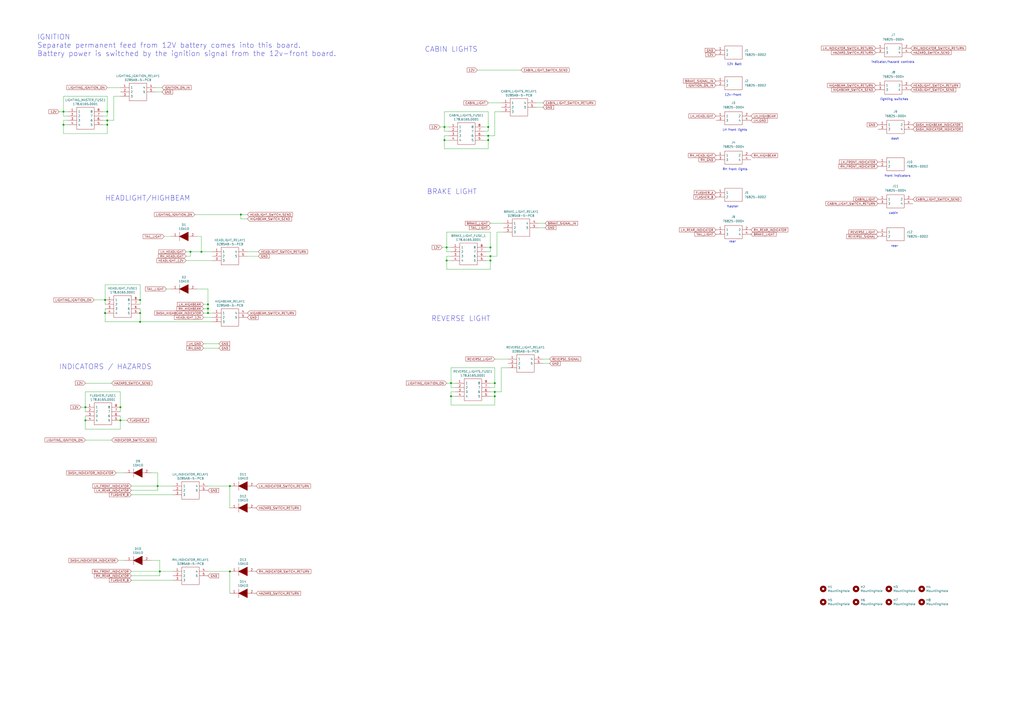
<source format=kicad_sch>
(kicad_sch (version 20230121) (generator eeschema)
  (paper "A2")
  (lib_symbols
    (symbol "Connector:178.6165.0001" (pin_names (offset 0.762))
      (property "Reference" "U" (at 16.51 7.62 0))
      (property "Value" "Connector_178.6165.0001" (at 16.51 5.08 0))
      (symbol "178.6165.0001_0_0"
        (pin passive line (at 0 0 0) (length 5.08) (name "1") (number "1"))
        (pin passive line (at 0 -2.54 0) (length 5.08) (name "2") (number "2"))
        (pin passive line (at 0 -5.08 0) (length 5.08) (name "3") (number "3"))
        (pin passive line (at 0 -7.62 0) (length 5.08) (name "4") (number "4"))
        (pin passive line (at 20.32 -7.62 180) (length 5.08) (name "5") (number "5"))
        (pin passive line (at 20.32 -5.08 180) (length 5.08) (name "6") (number "6"))
        (pin passive line (at 20.32 -2.54 180) (length 5.08) (name "7") (number "7"))
        (pin passive line (at 20.32 0 180) (length 5.08) (name "8") (number "8"))
      )
      (symbol "178.6165.0001_0_1"
        (polyline (pts (xy 5.08 2.54) (xy 15.24 2.54) (xy 15.24 -10.16) (xy 5.08 -10.16) (xy 5.08 2.54)) (stroke (width 0.1524)))
      )
    )
    (symbol "Connector:76825-0002" (pin_names (offset 0.762))
      (property "Reference" "J" (at 16.51 7.62 0))
      (property "Value" "76825-0002" (at 16.51 5.08 0))
      (symbol "76825-0002_0_0"
        (pin passive line (at 0 0 0) (length 5.08) (name "1") (number "1"))
        (pin passive line (at 0 -2.54 0) (length 5.08) (name "2") (number "2"))
      )
      (symbol "76825-0002_0_1"
        (polyline (pts (xy 5.08 2.54) (xy 15.24 2.54) (xy 15.24 -5.08) (xy 5.08 -5.08) (xy 5.08 2.54)) (stroke (width 0.1524)))
      )
    )
    (symbol "Connector:76825-0004" (pin_names (offset 0.762))
      (property "Reference" "J" (at 16.51 7.62 0))
      (property "Value" "76825-0004" (at 16.51 5.08 0))
      (symbol "76825-0004_0_0"
        (pin passive line (at 0 0 0) (length 5.08) (name "1") (number "1"))
        (pin passive line (at 20.32 0 180) (length 5.08) (name "2") (number "2"))
        (pin passive line (at 0 -2.54 0) (length 5.08) (name "3") (number "3"))
        (pin passive line (at 20.32 -2.54 180) (length 5.08) (name "4") (number "4"))
      )
      (symbol "76825-0004_0_1"
        (polyline (pts (xy 5.08 2.54) (xy 15.24 2.54) (xy 15.24 -5.08) (xy 5.08 -5.08) (xy 5.08 2.54)) (stroke (width 0.1524)))
      )
    )
    (symbol "DZ85AB-5-PCB:DZ85AB-5-PCB" (pin_names (offset 0.762))
      (property "Reference" "J" (at 16.51 7.62 0))
      (property "Value" "DZ85AB-5-PCB_DZ85AB-5-PCB" (at 16.51 5.08 0))
      (symbol "DZ85AB-5-PCB_0_0"
        (pin passive line (at 0 0 0) (length 5.08) (name "1") (number "1"))
        (pin passive line (at 0 -2.54 0) (length 5.08) (name "2") (number "2"))
        (pin passive line (at 0 -5.08 0) (length 5.08) (name "3") (number "3"))
        (pin passive line (at 20.32 0 180) (length 5.08) (name "4") (number "4"))
        (pin passive line (at 20.32 -2.54 180) (length 5.08) (name "5") (number "5"))
      )
      (symbol "DZ85AB-5-PCB_0_1"
        (polyline (pts (xy 5.08 2.54) (xy 15.24 2.54) (xy 15.24 -7.62) (xy 5.08 -7.62) (xy 5.08 2.54)) (stroke (width 0.1524)))
      )
    )
    (symbol "Diode:10A10" (pin_names (offset 0.762))
      (property "Reference" "D" (at 11.43 5.08 0))
      (property "Value" "Diode_10A10" (at 11.43 2.54 0))
      (symbol "10A10_0_0"
        (pin passive line (at 0 0 0) (length 5.08) (name "~") (number "1"))
        (pin passive line (at 15.24 0 180) (length 5.08) (name "~") (number "2"))
      )
      (symbol "10A10_0_1"
        (polyline (pts (xy 5.08 2.54) (xy 5.08 -2.54)) (stroke (width 0.1524)))
        (polyline (pts (xy 5.08 0) (xy 10.16 2.54) (xy 10.16 -2.54) (xy 5.08 0)) (stroke (width 0.254)) (fill (type outline)))
      )
    )
    (symbol "Mechanical:MountingHole" (pin_names (offset 1.016))
      (property "Reference" "H" (at 0 5.08 0))
      (property "Value" "MountingHole" (at 0 3.175 0))
      (symbol "MountingHole_0_1"
        (circle (center 0 0) (radius 1.27) (stroke (width 1.27)))
      )
    )
  )
  (junction (at 36.83 72.39))
  (junction (at 287.02 222.25))
  (junction (at 69.85 236.22))
  (junction (at 259.08 143.51))
  (junction (at 133.35 331.47))
  (junction (at 283.21 81.28))
  (junction (at 261.62 222.25))
  (junction (at 283.21 73.66))
  (junction (at 283.21 78.74))
  (junction (at 91.44 281.94))
  (junction (at 62.23 72.39))
  (junction (at 287.02 229.87))
  (junction (at 259.08 151.13))
  (junction (at 116.84 146.05))
  (junction (at 120.65 176.53))
  (junction (at 261.62 229.87))
  (junction (at 62.23 69.85))
  (junction (at 120.65 179.07))
  (junction (at 60.96 181.61))
  (junction (at 60.96 173.99))
  (junction (at 49.53 236.22))
  (junction (at 284.48 151.13))
  (junction (at 81.28 181.61))
  (junction (at 139.7 124.46))
  (junction (at 257.81 81.28))
  (junction (at 287.02 227.33))
  (junction (at 62.23 64.77))
  (junction (at 133.35 281.94))
  (junction (at 81.28 186.69))
  (junction (at 49.53 243.84))
  (junction (at 110.49 146.05))
  (junction (at 120.65 181.61))
  (junction (at 81.28 173.99))
  (junction (at 92.71 331.47))
  (junction (at 257.81 73.66))
  (junction (at 36.83 64.77))
  (junction (at 284.48 143.51))
  (junction (at 284.48 148.59))
  (junction (at 69.85 243.84))
  (wire (pts (xy 283.21 64.77) (xy 283.21 73.66)))
  (wire (pts (xy 314.96 210.82) (xy 318.77 210.82)))
  (wire (pts (xy 257.81 73.66) (xy 257.81 64.77)))
  (wire (pts (xy 81.28 186.69) (xy 81.28 181.61)))
  (wire (pts (xy 118.11 176.53) (xy 120.65 176.53)))
  (wire (pts (xy 62.23 69.85) (xy 66.04 69.85)))
  (wire (pts (xy 60.96 165.1) (xy 81.28 165.1)))
  (wire (pts (xy 283.21 78.74) (xy 287.02 78.74)))
  (wire (pts (xy 287.02 227.33) (xy 284.48 227.33)))
  (wire (pts (xy 259.08 148.59) (xy 259.08 151.13)))
  (wire (pts (xy 60.96 186.69) (xy 81.28 186.69)))
  (wire (pts (xy 264.16 222.25) (xy 261.62 222.25)))
  (wire (pts (xy 283.21 76.2) (xy 283.21 73.66)))
  (wire (pts (xy 110.49 146.05) (xy 116.84 146.05)))
  (wire (pts (xy 62.23 69.85) (xy 59.69 69.85)))
  (wire (pts (xy 36.83 64.77) (xy 36.83 67.31)))
  (wire (pts (xy 36.83 55.88) (xy 62.23 55.88)))
  (wire (pts (xy 287.02 224.79) (xy 287.02 222.25)))
  (wire (pts (xy 87.63 325.12) (xy 92.71 325.12)))
  (wire (pts (xy 261.62 148.59) (xy 259.08 148.59)))
  (wire (pts (xy 143.51 148.59) (xy 149.86 148.59)))
  (wire (pts (xy 120.65 181.61) (xy 120.65 179.07)))
  (wire (pts (xy 36.83 69.85) (xy 36.83 72.39)))
  (wire (pts (xy 76.2 331.47) (xy 92.71 331.47)))
  (wire (pts (xy 49.53 241.3) (xy 49.53 243.84)))
  (wire (pts (xy 91.44 274.32) (xy 87.63 274.32)))
  (wire (pts (xy 261.62 222.25) (xy 261.62 224.79)))
  (wire (pts (xy 59.69 72.39) (xy 62.23 72.39)))
  (wire (pts (xy 81.28 173.99) (xy 81.28 176.53)))
  (wire (pts (xy 284.48 148.59) (xy 288.29 148.59)))
  (wire (pts (xy 120.65 176.53) (xy 120.65 179.07)))
  (wire (pts (xy 36.83 72.39) (xy 36.83 77.47)))
  (wire (pts (xy 92.71 325.12) (xy 92.71 331.47)))
  (wire (pts (xy 257.81 78.74) (xy 257.81 81.28)))
  (wire (pts (xy 139.7 124.46) (xy 139.7 127)))
  (wire (pts (xy 261.62 224.79) (xy 264.16 224.79)))
  (wire (pts (xy 133.35 281.94) (xy 133.35 294.64)))
  (wire (pts (xy 62.23 77.47) (xy 62.23 72.39)))
  (wire (pts (xy 76.2 284.48) (xy 91.44 284.48)))
  (wire (pts (xy 284.48 143.51) (xy 281.94 143.51)))
  (wire (pts (xy 107.95 146.05) (xy 110.49 146.05)))
  (wire (pts (xy 60.96 173.99) (xy 60.96 165.1)))
  (wire (pts (xy 66.04 69.85) (xy 66.04 55.88)))
  (wire (pts (xy 114.3 137.16) (xy 116.84 137.16)))
  (wire (pts (xy 120.65 331.47) (xy 133.35 331.47)))
  (wire (pts (xy 96.52 167.64) (xy 99.06 167.64)))
  (wire (pts (xy 39.37 64.77) (xy 36.83 64.77)))
  (wire (pts (xy 95.25 137.16) (xy 99.06 137.16)))
  (wire (pts (xy 264.16 229.87) (xy 261.62 229.87)))
  (wire (pts (xy 69.85 236.22) (xy 69.85 238.76)))
  (wire (pts (xy 49.53 243.84) (xy 49.53 248.92)))
  (wire (pts (xy 281.94 151.13) (xy 284.48 151.13)))
  (wire (pts (xy 256.54 143.51) (xy 259.08 143.51)))
  (wire (pts (xy 66.04 55.88) (xy 69.85 55.88)))
  (wire (pts (xy 36.83 67.31) (xy 39.37 67.31)))
  (wire (pts (xy 259.08 146.05) (xy 261.62 146.05)))
  (wire (pts (xy 62.23 55.88) (xy 62.23 64.77)))
  (wire (pts (xy 76.2 287.02) (xy 100.33 287.02)))
  (wire (pts (xy 261.62 227.33) (xy 261.62 229.87)))
  (wire (pts (xy 49.53 238.76) (xy 49.53 236.22)))
  (wire (pts (xy 49.53 227.33) (xy 69.85 227.33)))
  (wire (pts (xy 260.35 78.74) (xy 257.81 78.74)))
  (wire (pts (xy 92.71 334.01) (xy 92.71 331.47)))
  (wire (pts (xy 284.48 224.79) (xy 287.02 224.79)))
  (wire (pts (xy 284.48 129.54) (xy 292.1 129.54)))
  (wire (pts (xy 259.08 143.51) (xy 259.08 146.05)))
  (wire (pts (xy 259.08 222.25) (xy 261.62 222.25)))
  (wire (pts (xy 290.83 213.36) (xy 294.64 213.36)))
  (wire (pts (xy 76.2 281.94) (xy 91.44 281.94)))
  (wire (pts (xy 257.81 86.36) (xy 283.21 86.36)))
  (wire (pts (xy 257.81 76.2) (xy 260.35 76.2)))
  (wire (pts (xy 36.83 77.47) (xy 62.23 77.47)))
  (wire (pts (xy 39.37 69.85) (xy 36.83 69.85)))
  (wire (pts (xy 120.65 281.94) (xy 133.35 281.94)))
  (wire (pts (xy 288.29 134.62) (xy 292.1 134.62)))
  (wire (pts (xy 123.19 184.15) (xy 118.11 184.15)))
  (wire (pts (xy 276.86 40.64) (xy 302.26 40.64)))
  (wire (pts (xy 259.08 134.62) (xy 284.48 134.62)))
  (wire (pts (xy 143.51 127) (xy 139.7 127)))
  (wire (pts (xy 284.48 146.05) (xy 284.48 143.51)))
  (wire (pts (xy 62.23 72.39) (xy 62.23 69.85)))
  (wire (pts (xy 116.84 137.16) (xy 116.84 146.05)))
  (wire (pts (xy 261.62 229.87) (xy 261.62 234.95)))
  (wire (pts (xy 260.35 73.66) (xy 257.81 73.66)))
  (wire (pts (xy 280.67 76.2) (xy 283.21 76.2)))
  (wire (pts (xy 287.02 213.36) (xy 287.02 222.25)))
  (wire (pts (xy 118.11 199.39) (xy 127 199.39)))
  (wire (pts (xy 283.21 81.28) (xy 283.21 78.74)))
  (wire (pts (xy 261.62 143.51) (xy 259.08 143.51)))
  (wire (pts (xy 60.96 181.61) (xy 60.96 186.69)))
  (wire (pts (xy 107.95 148.59) (xy 110.49 148.59)))
  (wire (pts (xy 34.29 64.77) (xy 36.83 64.77)))
  (wire (pts (xy 284.48 148.59) (xy 281.94 148.59)))
  (wire (pts (xy 69.85 243.84) (xy 73.66 243.84)))
  (wire (pts (xy 257.81 64.77) (xy 283.21 64.77)))
  (wire (pts (xy 46.99 236.22) (xy 49.53 236.22)))
  (wire (pts (xy 39.37 72.39) (xy 36.83 72.39)))
  (wire (pts (xy 261.62 222.25) (xy 261.62 213.36)))
  (wire (pts (xy 69.85 248.92) (xy 69.85 243.84)))
  (wire (pts (xy 284.48 151.13) (xy 284.48 148.59)))
  (wire (pts (xy 287.02 78.74) (xy 287.02 64.77)))
  (wire (pts (xy 60.96 173.99) (xy 60.96 176.53)))
  (wire (pts (xy 116.84 146.05) (xy 123.19 146.05)))
  (wire (pts (xy 287.02 229.87) (xy 287.02 227.33)))
  (wire (pts (xy 312.42 132.08) (xy 316.23 132.08)))
  (wire (pts (xy 49.53 236.22) (xy 49.53 227.33)))
  (wire (pts (xy 76.2 334.01) (xy 92.71 334.01)))
  (wire (pts (xy 290.83 227.33) (xy 290.83 213.36)))
  (wire (pts (xy 283.21 78.74) (xy 280.67 78.74)))
  (wire (pts (xy 49.53 248.92) (xy 69.85 248.92)))
  (wire (pts (xy 49.53 255.27) (xy 64.77 255.27)))
  (wire (pts (xy 283.21 59.69) (xy 290.83 59.69)))
  (wire (pts (xy 120.65 179.07) (xy 118.11 179.07)))
  (wire (pts (xy 114.3 167.64) (xy 120.65 167.64)))
  (wire (pts (xy 91.44 284.48) (xy 91.44 281.94)))
  (wire (pts (xy 68.58 325.12) (xy 72.39 325.12)))
  (wire (pts (xy 133.35 344.17) (xy 133.35 331.47)))
  (wire (pts (xy 283.21 73.66) (xy 280.67 73.66)))
  (wire (pts (xy 288.29 148.59) (xy 288.29 134.62)))
  (wire (pts (xy 255.27 73.66) (xy 257.81 73.66)))
  (wire (pts (xy 120.65 181.61) (xy 118.11 181.61)))
  (wire (pts (xy 314.96 208.28) (xy 318.77 208.28)))
  (wire (pts (xy 287.02 64.77) (xy 290.83 64.77)))
  (wire (pts (xy 261.62 213.36) (xy 287.02 213.36)))
  (wire (pts (xy 281.94 146.05) (xy 284.48 146.05)))
  (wire (pts (xy 312.42 129.54) (xy 316.23 129.54)))
  (wire (pts (xy 284.48 134.62) (xy 284.48 143.51)))
  (wire (pts (xy 59.69 67.31) (xy 62.23 67.31)))
  (wire (pts (xy 284.48 229.87) (xy 287.02 229.87)))
  (wire (pts (xy 139.7 124.46) (xy 143.51 124.46)))
  (wire (pts (xy 261.62 234.95) (xy 287.02 234.95)))
  (wire (pts (xy 54.61 173.99) (xy 60.96 173.99)))
  (wire (pts (xy 62.23 67.31) (xy 62.23 64.77)))
  (wire (pts (xy 76.2 336.55) (xy 100.33 336.55)))
  (wire (pts (xy 261.62 151.13) (xy 259.08 151.13)))
  (wire (pts (xy 60.96 179.07) (xy 60.96 181.61)))
  (wire (pts (xy 123.19 181.61) (xy 120.65 181.61)))
  (wire (pts (xy 113.03 124.46) (xy 139.7 124.46)))
  (wire (pts (xy 143.51 146.05) (xy 149.86 146.05)))
  (wire (pts (xy 283.21 86.36) (xy 283.21 81.28)))
  (wire (pts (xy 81.28 179.07) (xy 81.28 181.61)))
  (wire (pts (xy 67.31 274.32) (xy 72.39 274.32)))
  (wire (pts (xy 91.44 281.94) (xy 100.33 281.94)))
  (wire (pts (xy 257.81 73.66) (xy 257.81 76.2)))
  (wire (pts (xy 81.28 165.1) (xy 81.28 173.99)))
  (wire (pts (xy 311.15 62.23) (xy 314.96 62.23)))
  (wire (pts (xy 120.65 167.64) (xy 120.65 176.53)))
  (wire (pts (xy 264.16 227.33) (xy 261.62 227.33)))
  (wire (pts (xy 118.11 201.93) (xy 127 201.93)))
  (wire (pts (xy 311.15 59.69) (xy 314.96 59.69)))
  (wire (pts (xy 62.23 64.77) (xy 59.69 64.77)))
  (wire (pts (xy 91.44 274.32) (xy 91.44 281.94)))
  (wire (pts (xy 110.49 146.05) (xy 110.49 148.59)))
  (wire (pts (xy 69.85 227.33) (xy 69.85 236.22)))
  (wire (pts (xy 287.02 227.33) (xy 290.83 227.33)))
  (wire (pts (xy 259.08 143.51) (xy 259.08 134.62)))
  (wire (pts (xy 92.71 331.47) (xy 100.33 331.47)))
  (wire (pts (xy 49.53 222.25) (xy 64.77 222.25)))
  (wire (pts (xy 257.81 81.28) (xy 257.81 86.36)))
  (wire (pts (xy 280.67 81.28) (xy 283.21 81.28)))
  (wire (pts (xy 284.48 156.21) (xy 284.48 151.13)))
  (wire (pts (xy 260.35 81.28) (xy 257.81 81.28)))
  (wire (pts (xy 123.19 186.69) (xy 81.28 186.69)))
  (wire (pts (xy 287.02 208.28) (xy 294.64 208.28)))
  (wire (pts (xy 62.23 50.8) (xy 69.85 50.8)))
  (wire (pts (xy 90.17 53.34) (xy 93.98 53.34)))
  (wire (pts (xy 287.02 234.95) (xy 287.02 229.87)))
  (wire (pts (xy 107.95 151.13) (xy 123.19 151.13)))
  (wire (pts (xy 69.85 243.84) (xy 69.85 241.3)))
  (wire (pts (xy 36.83 64.77) (xy 36.83 55.88)))
  (wire (pts (xy 287.02 222.25) (xy 284.48 222.25)))
  (wire (pts (xy 90.17 50.8) (xy 93.98 50.8)))
  (wire (pts (xy 259.08 156.21) (xy 284.48 156.21)))
  (wire (pts (xy 259.08 151.13) (xy 259.08 156.21)))
  (text "front indicators" (at 513.08 102.87 0) (effects (font (size 1.27 1.27)) (justify left bottom)))
  (text "lighting switches" (at 510.54 58.42 0) (effects (font (size 1.27 1.27)) (justify left bottom)))
  (text "RH front lights" (at 419.1 99.06 0) (effects (font (size 1.27 1.27)) (justify left bottom)))
  (text "12v-front" (at 420.37 55.88 0) (effects (font (size 1.27 1.27)) (justify left bottom)))
  (text "dash" (at 516.89 81.28 0) (effects (font (size 1.27 1.27)) (justify left bottom)))
  (text "LH front lights" (at 419.1 76.2 0) (effects (font (size 1.27 1.27)) (justify left bottom)))
  (text "REVERSE LIGHT" (at 250.19 186.69 0) (effects (font (size 2.9972 2.9972)) (justify left bottom)))
  (text "rear" (at 516.89 143.51 0) (effects (font (size 1.27 1.27)) (justify left bottom)))
  (text "HEADLIGHT/HIGHBEAM" (at 60.96 116.84 0) (effects (font (size 2.9972 2.9972)) (justify left bottom)))
  (text "rear" (at 422.91 140.97 0) (effects (font (size 1.27 1.27)) (justify left bottom)))
  (text "CABIN LIGHTS" (at 246.38 30.48 0) (effects (font (size 2.9972 2.9972)) (justify left bottom)))
  (text "12V Batt" (at 421.64 38.1 0) (effects (font (size 1.27 1.27)) (justify left bottom)))
  (text "INDICATORS / HAZARDS" (at 34.29 214.63 0) (effects (font (size 2.9972 2.9972)) (justify left bottom)))
  (text "cabin" (at 515.62 124.46 0) (effects (font (size 1.27 1.27)) (justify left bottom)))
  (text "BRAKE LIGHT" (at 247.65 113.03 0) (effects (font (size 2.9972 2.9972)) (justify left bottom)))
  (text "flasher" (at 421.64 120.65 0) (effects (font (size 1.27 1.27)) (justify left bottom)))
  (text "IGNITION\nSeparate permanent feed from 12V battery comes into this board.\nBattery power is switched by the ignition signal from the 12v-front board." (at 21.59 33.02 0) (effects (font (size 2.9972 2.9972)) (justify left bottom)))
  (text "indicator/hazard controls" (at 505.46 36.83 0) (effects (font (size 1.27 1.27)) (justify left bottom)))
  (global_label "IGNITION_ON_IN" (shape input) (at 415.29 49.53 180) (property "Intersheetrefs" "${INTERSHEET_REFS}" (effects hide)))
  (global_label "RH_FRONT_INDICATOR" (shape input) (at 509.27 96.52 180) (property "Intersheetrefs" "${INTERSHEET_REFS}" (effects hide)))
  (global_label "TAIL_LIGHT" (shape input) (at 95.25 137.16 180) (property "Intersheetrefs" "${INTERSHEET_REFS}" (effects hide)))
  (global_label "HAZARD_SWITCH_RETURN" (shape input) (at 148.59 294.64 0) (property "Intersheetrefs" "${INTERSHEET_REFS}" (effects hide)))
  (global_label "GND" (shape input) (at 314.96 62.23 0) (property "Intersheetrefs" "${INTERSHEET_REFS}" (effects hide)))
  (global_label "CABIN_LIGHT" (shape input) (at 283.21 59.69 180) (property "Intersheetrefs" "${INTERSHEET_REFS}" (effects hide)))
  (global_label "REVERSE_LIGHT" (shape input) (at 287.02 208.28 180) (property "Intersheetrefs" "${INTERSHEET_REFS}" (effects hide)))
  (global_label "BRAKE_SIGNAL_IN" (shape input) (at 415.29 46.99 180) (property "Intersheetrefs" "${INTERSHEET_REFS}" (effects hide)))
  (global_label "HEADLIGHT_SWITCH_RETURN" (shape input) (at 149.86 146.05 0) (property "Intersheetrefs" "${INTERSHEET_REFS}" (effects hide)))
  (global_label "RH_HEADLIGHT" (shape input) (at 415.29 90.17 180) (property "Intersheetrefs" "${INTERSHEET_REFS}" (effects hide)))
  (global_label "RH_INDICATOR_SWITCH_RETURN" (shape input) (at 148.59 331.47 0) (property "Intersheetrefs" "${INTERSHEET_REFS}" (effects hide)))
  (global_label "GND" (shape input) (at 143.51 184.15 0) (property "Intersheetrefs" "${INTERSHEET_REFS}" (effects hide)))
  (global_label "LH_HIGHBEAM" (shape input) (at 435.61 67.31 0) (property "Intersheetrefs" "${INTERSHEET_REFS}" (effects hide)))
  (global_label "GND" (shape input) (at 509.27 72.39 180) (property "Intersheetrefs" "${INTERSHEET_REFS}" (effects hide)))
  (global_label "HIGHBEAM_SWITCH_RETURN" (shape input) (at 143.51 181.61 0) (property "Intersheetrefs" "${INTERSHEET_REFS}" (effects hide)))
  (global_label "GND" (shape input) (at 127 199.39 0) (property "Intersheetrefs" "${INTERSHEET_REFS}" (effects hide)))
  (global_label "HIGHBEAM_SWITCH_SEND" (shape input) (at 508 52.07 180) (property "Intersheetrefs" "${INTERSHEET_REFS}" (effects hide)))
  (global_label "HEADLIGHT_SWITCH_SEND" (shape input) (at 143.51 124.46 0) (property "Intersheetrefs" "${INTERSHEET_REFS}" (effects hide)))
  (global_label "LIGHTING_IGNITION_ON" (shape input) (at 54.61 173.99 180) (property "Intersheetrefs" "${INTERSHEET_REFS}" (effects hide)))
  (global_label "CABIN_LIGHT_SWITCH_SEND" (shape input) (at 302.26 40.64 0) (property "Intersheetrefs" "${INTERSHEET_REFS}" (effects hide)))
  (global_label "BRAKE_SIGNAL_IN" (shape input) (at 316.23 129.54 0) (property "Intersheetrefs" "${INTERSHEET_REFS}" (effects hide)))
  (global_label "FLASHER_B" (shape input) (at 76.2 287.02 180) (property "Intersheetrefs" "${INTERSHEET_REFS}" (effects hide)))
  (global_label "CABIN_LIGHT_SWITCH_RETURN" (shape input) (at 509.27 118.11 180) (property "Intersheetrefs" "${INTERSHEET_REFS}" (effects hide)))
  (global_label "TAIL_LIGHT" (shape input) (at 415.29 135.89 180) (property "Intersheetrefs" "${INTERSHEET_REFS}" (effects hide)))
  (global_label "HEADLIGHT_SWITCH_SEND" (shape input) (at 528.32 52.07 0) (property "Intersheetrefs" "${INTERSHEET_REFS}" (effects hide)))
  (global_label "LIGHTING_IGNITION_ON" (shape input) (at 113.03 124.46 180) (property "Intersheetrefs" "${INTERSHEET_REFS}" (effects hide)))
  (global_label "CABIN_LIGHT" (shape input) (at 509.27 115.57 180) (property "Intersheetrefs" "${INTERSHEET_REFS}" (effects hide)))
  (global_label "REVERSE_SIGNAL" (shape input) (at 509.27 137.16 180) (property "Intersheetrefs" "${INTERSHEET_REFS}" (effects hide)))
  (global_label "LH_INDICATOR_SWITCH_RETURN" (shape input) (at 148.59 281.94 0) (property "Intersheetrefs" "${INTERSHEET_REFS}" (effects hide)))
  (global_label "GND" (shape input) (at 318.77 210.82 0) (property "Intersheetrefs" "${INTERSHEET_REFS}" (effects hide)))
  (global_label "RH_GND" (shape input) (at 118.11 201.93 180) (property "Intersheetrefs" "${INTERSHEET_REFS}" (effects hide)))
  (global_label "RH_HIGHBEAM" (shape input) (at 435.61 90.17 0) (property "Intersheetrefs" "${INTERSHEET_REFS}" (effects hide)))
  (global_label "DASH_INDICATOR_INDICATOR" (shape input) (at 529.59 74.93 0) (property "Intersheetrefs" "${INTERSHEET_REFS}" (effects hide)))
  (global_label "GND" (shape input) (at 120.65 284.48 0) (property "Intersheetrefs" "${INTERSHEET_REFS}" (effects hide)))
  (global_label "LIGHTING_IGNITION_ON" (shape input) (at 62.23 50.8 180) (property "Intersheetrefs" "${INTERSHEET_REFS}" (effects hide)))
  (global_label "HEADLIGHT_SWITCH_RETURN" (shape input) (at 528.32 49.53 0) (property "Intersheetrefs" "${INTERSHEET_REFS}" (effects hide)))
  (global_label "LH_FRONT_INDICATOR" (shape input) (at 76.2 281.94 180) (property "Intersheetrefs" "${INTERSHEET_REFS}" (effects hide)))
  (global_label "HEADLIGHT_12V" (shape input) (at 107.95 151.13 180) (property "Intersheetrefs" "${INTERSHEET_REFS}" (effects hide)))
  (global_label "12V" (shape input) (at 49.53 222.25 180) (property "Intersheetrefs" "${INTERSHEET_REFS}" (effects hide)))
  (global_label "HIGHBEAM_SWITCH_RETURN" (shape input) (at 508 49.53 180) (property "Intersheetrefs" "${INTERSHEET_REFS}" (effects hide)))
  (global_label "RH_REAR_INDICATOR" (shape input) (at 435.61 133.35 0) (property "Intersheetrefs" "${INTERSHEET_REFS}" (effects hide)))
  (global_label "RH_GND" (shape input) (at 415.29 92.71 180) (property "Intersheetrefs" "${INTERSHEET_REFS}" (effects hide)))
  (global_label "LH_GND" (shape input) (at 118.11 199.39 180) (property "Intersheetrefs" "${INTERSHEET_REFS}" (effects hide)))
  (global_label "LH_HEADLIGHT" (shape input) (at 107.95 146.05 180) (property "Intersheetrefs" "${INTERSHEET_REFS}" (effects hide)))
  (global_label "RH_INDICATOR_SWITCH_RETURN" (shape input) (at 528.32 27.94 0) (property "Intersheetrefs" "${INTERSHEET_REFS}" (effects hide)))
  (global_label "DASH_INDICATOR_INDICATOR" (shape input) (at 68.58 325.12 180) (property "Intersheetrefs" "${INTERSHEET_REFS}" (effects hide)))
  (global_label "12V" (shape input) (at 256.54 143.51 180) (property "Intersheetrefs" "${INTERSHEET_REFS}" (effects hide)))
  (global_label "GND" (shape input) (at 127 201.93 0) (property "Intersheetrefs" "${INTERSHEET_REFS}" (effects hide)))
  (global_label "BRAKE_LIGHT" (shape input) (at 284.48 129.54 180) (property "Intersheetrefs" "${INTERSHEET_REFS}" (effects hide)))
  (global_label "RH_REAR_INDICATOR" (shape input) (at 76.2 334.01 180) (property "Intersheetrefs" "${INTERSHEET_REFS}" (effects hide)))
  (global_label "CABIN_LIGHT_SWITCH_SEND" (shape input) (at 529.59 115.57 0) (property "Intersheetrefs" "${INTERSHEET_REFS}" (effects hide)))
  (global_label "12V" (shape input) (at 415.29 31.75 180) (property "Intersheetrefs" "${INTERSHEET_REFS}" (effects hide)))
  (global_label "REVERSE_SIGNAL" (shape input) (at 318.77 208.28 0) (property "Intersheetrefs" "${INTERSHEET_REFS}" (effects hide)))
  (global_label "FLASHER_A" (shape input) (at 415.29 111.76 180) (property "Intersheetrefs" "${INTERSHEET_REFS}" (effects hide)))
  (global_label "IGNITION_ON_IN" (shape input) (at 93.98 50.8 0) (property "Intersheetrefs" "${INTERSHEET_REFS}" (effects hide)))
  (global_label "GND" (shape input) (at 149.86 148.59 0) (property "Intersheetrefs" "${INTERSHEET_REFS}" (effects hide)))
  (global_label "HAZARD_SWITCH_RETURN" (shape input) (at 148.59 344.17 0) (property "Intersheetrefs" "${INTERSHEET_REFS}" (effects hide)))
  (global_label "LIGHTING_IGNITION_ON" (shape input) (at 49.53 255.27 180) (property "Intersheetrefs" "${INTERSHEET_REFS}" (effects hide)))
  (global_label "FLASHER_A" (shape input) (at 73.66 243.84 0) (property "Intersheetrefs" "${INTERSHEET_REFS}" (effects hide)))
  (global_label "BRAKE_LIGHT" (shape input) (at 435.61 135.89 0) (property "Intersheetrefs" "${INTERSHEET_REFS}" (effects hide)))
  (global_label "LIGHTING_IGNITION_ON" (shape input) (at 259.08 222.25 180) (property "Intersheetrefs" "${INTERSHEET_REFS}" (effects hide)))
  (global_label "LH_GND" (shape input) (at 435.61 69.85 0) (property "Intersheetrefs" "${INTERSHEET_REFS}" (effects hide)))
  (global_label "HAZARD_SWITCH_SEND" (shape input) (at 64.77 222.25 0) (property "Intersheetrefs" "${INTERSHEET_REFS}" (effects hide)))
  (global_label "LH_FRONT_INDICATOR" (shape input) (at 509.27 93.98 180) (property "Intersheetrefs" "${INTERSHEET_REFS}" (effects hide)))
  (global_label "REVERSE_LIGHT" (shape input) (at 509.27 134.62 180) (property "Intersheetrefs" "${INTERSHEET_REFS}" (effects hide)))
  (global_label "GND" (shape input) (at 120.65 334.01 0) (property "Intersheetrefs" "${INTERSHEET_REFS}" (effects hide)))
  (global_label "INDICATOR_SWITCH_SEND" (shape input) (at 64.77 255.27 0) (property "Intersheetrefs" "${INTERSHEET_REFS}" (effects hide)))
  (global_label "12V" (shape input) (at 34.29 64.77 180) (property "Intersheetrefs" "${INTERSHEET_REFS}" (effects hide)))
  (global_label "FLASHER_B" (shape input) (at 76.2 336.55 180) (property "Intersheetrefs" "${INTERSHEET_REFS}" (effects hide)))
  (global_label "12V" (shape input) (at 46.99 236.22 180) (property "Intersheetrefs" "${INTERSHEET_REFS}" (effects hide)))
  (global_label "LH_REAR_INDICATOR" (shape input) (at 76.2 284.48 180) (property "Intersheetrefs" "${INTERSHEET_REFS}" (effects hide)))
  (global_label "RH_FRONT_INDICATOR" (shape input) (at 76.2 331.47 180) (property "Intersheetrefs" "${INTERSHEET_REFS}" (effects hide)))
  (global_label "TAIL_LIGHT" (shape input) (at 284.48 132.08 180) (property "Intersheetrefs" "${INTERSHEET_REFS}" (effects hide)))
  (global_label "HEADLIGHT_12V" (shape input) (at 118.11 184.15 180) (property "Intersheetrefs" "${INTERSHEET_REFS}" (effects hide)))
  (global_label "LH_INDICATOR_SWITCH_RETURN" (shape input) (at 508 27.94 180) (property "Intersheetrefs" "${INTERSHEET_REFS}" (effects hide)))
  (global_label "FLASHER_B" (shape input) (at 415.29 114.3 180) (property "Intersheetrefs" "${INTERSHEET_REFS}" (effects hide)))
  (global_label "LH_HEADLIGHT" (shape input) (at 415.29 67.31 180) (property "Intersheetrefs" "${INTERSHEET_REFS}" (effects hide)))
  (global_label "TAIL_LIGHT" (shape input) (at 96.52 167.64 180) (property "Intersheetrefs" "${INTERSHEET_REFS}" (effects hide)))
  (global_label "CABIN_LIGHT_SWITCH_RETURN" (shape input) (at 314.96 59.69 0) (property "Intersheetrefs" "${INTERSHEET_REFS}" (effects hide)))
  (global_label "LH_REAR_INDICATOR" (shape input) (at 415.29 133.35 180) (property "Intersheetrefs" "${INTERSHEET_REFS}" (effects hide)))
  (global_label "DASH_HIGHBEAM_INDICATOR" (shape input) (at 118.11 181.61 180) (property "Intersheetrefs" "${INTERSHEET_REFS}" (effects hide)))
  (global_label "DASH_INDICATOR_INDICATOR" (shape input) (at 67.31 274.32 180) (property "Intersheetrefs" "${INTERSHEET_REFS}" (effects hide)))
  (global_label "12V" (shape input) (at 255.27 73.66 180) (property "Intersheetrefs" "${INTERSHEET_REFS}" (effects hide)))
  (global_label "LH_HIGHBEAM" (shape input) (at 118.11 176.53 180) (property "Intersheetrefs" "${INTERSHEET_REFS}" (effects hide)))
  (global_label "12V" (shape input) (at 276.86 40.64 180) (property "Intersheetrefs" "${INTERSHEET_REFS}" (effects hide)))
  (global_label "RH_HEADLIGHT" (shape input) (at 107.95 148.59 180) (property "Intersheetrefs" "${INTERSHEET_REFS}" (effects hide)))
  (global_label "GND" (shape input) (at 316.23 132.08 0) (property "Intersheetrefs" "${INTERSHEET_REFS}" (effects hide)))
  (global_label "GND" (shape input) (at 415.29 29.21 180) (property "Intersheetrefs" "${INTERSHEET_REFS}" (effects hide)))
  (global_label "HIGHBEAM_SWITCH_SEND" (shape input) (at 143.51 127 0) (property "Intersheetrefs" "${INTERSHEET_REFS}" (effects hide)))
  (global_label "HAZARD_SWITCH_SEND" (shape input) (at 528.32 30.48 0) (property "Intersheetrefs" "${INTERSHEET_REFS}" (effects hide)))
  (global_label "HAZARD_SWITCH_RETURN" (shape input) (at 508 30.48 180) (property "Intersheetrefs" "${INTERSHEET_REFS}" (effects hide)))
  (global_label "GND" (shape input) (at 93.98 53.34 0) (property "Intersheetrefs" "${INTERSHEET_REFS}" (effects hide)))
  (global_label "RH_HIGHBEAM" (shape input) (at 118.11 179.07 180) (property "Intersheetrefs" "${INTERSHEET_REFS}" (effects hide)))
  (global_label "DASH_HIGHBEAM_INDICATOR" (shape input) (at 529.59 72.39 0) (property "Intersheetrefs" "${INTERSHEET_REFS}" (effects hide)))
  (symbol (lib_id "DZ85AB-5-PCB:DZ85AB-5-PCB") (at 123.19 146.05 0) (unit 1)
    (property "Reference" "HEADLIGHT_RELAY1" (at 133.35 139.319 0))
    (property "Value" "DZ85AB-5-PCB" (at 133.35 141.6304 0))
    (property "Footprint" "Library:DZ85AB5PCB" (effects hide))
    (property "Datasheet" "https://componentsearchengine.com/Datasheets/2/DZ85AB-5-PCB.pdf" (effects hide))
    (property "Description" "Durakool 1 Pin Relay Socket, Plug In for use with Various Series" (effects hide))
    (property "Height" "14.5" (effects hide))
    (property "Manufacturer_Name" "DURAKOOL" (effects hide))
    (property "Manufacturer_Part_Number" "DZ85AB-5-PCB" (effects hide))
  )
  (symbol (lib_id "DZ85AB-5-PCB:DZ85AB-5-PCB") (at 100.33 281.94 0) (unit 1)
    (property "Reference" "LH_INDICATOR_RELAY1" (at 110.49 275.209 0))
    (property "Value" "DZ85AB-5-PCB" (at 110.49 277.5204 0))
    (property "Footprint" "Library:DZ85AB5PCB" (effects hide))
    (property "Datasheet" "https://componentsearchengine.com/Datasheets/2/DZ85AB-5-PCB.pdf" (effects hide))
    (property "Description" "Durakool 1 Pin Relay Socket, Plug In for use with Various Series" (effects hide))
    (property "Height" "14.5" (effects hide))
    (property "Manufacturer_Name" "DURAKOOL" (effects hide))
    (property "Manufacturer_Part_Number" "DZ85AB-5-PCB" (effects hide))
  )
  (symbol (lib_id "DZ85AB-5-PCB:DZ85AB-5-PCB") (at 100.33 331.47 0) (unit 1)
    (property "Reference" "RH_INDICATOR_RELAY1" (at 110.49 324.739 0))
    (property "Value" "DZ85AB-5-PCB" (at 110.49 327.0504 0))
    (property "Footprint" "Library:DZ85AB5PCB" (effects hide))
    (property "Datasheet" "https://componentsearchengine.com/Datasheets/2/DZ85AB-5-PCB.pdf" (effects hide))
    (property "Description" "Durakool 1 Pin Relay Socket, Plug In for use with Various Series" (effects hide))
    (property "Height" "14.5" (effects hide))
    (property "Manufacturer_Name" "DURAKOOL" (effects hide))
    (property "Manufacturer_Part_Number" "DZ85AB-5-PCB" (effects hide))
  )
  (symbol (lib_id "Connector:178.6165.0001") (at 60.96 173.99 0) (unit 1)
    (property "Reference" "HEADLIGHT_FUSE1" (at 71.12 167.259 0))
    (property "Value" "178.6165.0001" (at 71.12 169.5704 0))
    (property "Footprint" "Library:17861650001" (effects hide))
    (property "Datasheet" "https://www.mouser.com/datasheet/2/240/Littelfuse-Fuse-Holder-ATO-FLR-pcb-Datasheet-1317199.pdf" (effects hide))
    (property "Description" "FLR PCB FUSE HOLDER FOR ATO STYLE BLADE FUSE RATED 58V" (effects hide))
    (property "Height" "17.5" (effects hide))
    (property "Manufacturer_Name" "LITTELFUSE" (effects hide))
    (property "Manufacturer_Part_Number" "178.6165.0001" (effects hide))
    (property "Mouser Part Number" "576-178.6165.0001" (effects hide))
    (property "Mouser Price/Stock" "https://www.mouser.co.uk/ProductDetail/Littelfuse/17861650001?qs=CSLd874fYV1KI1oBGU5EQg%3D%3D" (effects hide))
    (property "Arrow Part Number" "178.6165.0001" (effects hide))
    (property "Arrow Price/Stock" "https://www.arrow.com/en/products/178.6165.0001/littelfuse" (effects hide))
  )
  (symbol (lib_id "DZ85AB-5-PCB:DZ85AB-5-PCB") (at 123.19 181.61 0) (unit 1)
    (property "Reference" "HIGHBEAM_RELAY1" (at 133.35 174.879 0))
    (property "Value" "DZ85AB-5-PCB" (at 133.35 177.1904 0))
    (property "Footprint" "Library:DZ85AB5PCB" (effects hide))
    (property "Datasheet" "https://componentsearchengine.com/Datasheets/2/DZ85AB-5-PCB.pdf" (effects hide))
    (property "Description" "Durakool 1 Pin Relay Socket, Plug In for use with Various Series" (effects hide))
    (property "Height" "14.5" (effects hide))
    (property "Manufacturer_Name" "DURAKOOL" (effects hide))
    (property "Manufacturer_Part_Number" "DZ85AB-5-PCB" (effects hide))
  )
  (symbol (lib_id "Connector:178.6165.0001") (at 260.35 73.66 0) (unit 1)
    (property "Reference" "CABIN_LIGHTS_FUSE1" (at 270.51 66.929 0))
    (property "Value" "178.6165.0001" (at 270.51 69.2404 0))
    (property "Footprint" "Library:17861650001" (effects hide))
    (property "Datasheet" "https://www.mouser.com/datasheet/2/240/Littelfuse-Fuse-Holder-ATO-FLR-pcb-Datasheet-1317199.pdf" (effects hide))
    (property "Description" "FLR PCB FUSE HOLDER FOR ATO STYLE BLADE FUSE RATED 58V" (effects hide))
    (property "Height" "17.5" (effects hide))
    (property "Manufacturer_Name" "LITTELFUSE" (effects hide))
    (property "Manufacturer_Part_Number" "178.6165.0001" (effects hide))
    (property "Mouser Part Number" "576-178.6165.0001" (effects hide))
    (property "Mouser Price/Stock" "https://www.mouser.co.uk/ProductDetail/Littelfuse/17861650001?qs=CSLd874fYV1KI1oBGU5EQg%3D%3D" (effects hide))
    (property "Arrow Part Number" "178.6165.0001" (effects hide))
    (property "Arrow Price/Stock" "https://www.arrow.com/en/products/178.6165.0001/littelfuse" (effects hide))
  )
  (symbol (lib_id "DZ85AB-5-PCB:DZ85AB-5-PCB") (at 290.83 59.69 0) (unit 1)
    (property "Reference" "CABIN_LIGHTS_RELAY1" (at 300.99 52.959 0))
    (property "Value" "DZ85AB-5-PCB" (at 300.99 55.2704 0))
    (property "Footprint" "Library:DZ85AB5PCB" (effects hide))
    (property "Datasheet" "https://componentsearchengine.com/Datasheets/2/DZ85AB-5-PCB.pdf" (effects hide))
    (property "Description" "Durakool 1 Pin Relay Socket, Plug In for use with Various Series" (effects hide))
    (property "Height" "14.5" (effects hide))
    (property "Manufacturer_Name" "DURAKOOL" (effects hide))
    (property "Manufacturer_Part_Number" "DZ85AB-5-PCB" (effects hide))
  )
  (symbol (lib_id "Connector:178.6165.0001") (at 49.53 236.22 0) (unit 1)
    (property "Reference" "FLASHER_FUSE1" (at 59.69 229.489 0))
    (property "Value" "178.6165.0001" (at 59.69 231.8004 0))
    (property "Footprint" "Library:17861650001" (effects hide))
    (property "Datasheet" "https://www.mouser.com/datasheet/2/240/Littelfuse-Fuse-Holder-ATO-FLR-pcb-Datasheet-1317199.pdf" (effects hide))
    (property "Description" "FLR PCB FUSE HOLDER FOR ATO STYLE BLADE FUSE RATED 58V" (effects hide))
    (property "Height" "17.5" (effects hide))
    (property "Manufacturer_Name" "LITTELFUSE" (effects hide))
    (property "Manufacturer_Part_Number" "178.6165.0001" (effects hide))
    (property "Mouser Part Number" "576-178.6165.0001" (effects hide))
    (property "Mouser Price/Stock" "https://www.mouser.co.uk/ProductDetail/Littelfuse/17861650001?qs=CSLd874fYV1KI1oBGU5EQg%3D%3D" (effects hide))
    (property "Arrow Part Number" "178.6165.0001" (effects hide))
    (property "Arrow Price/Stock" "https://www.arrow.com/en/products/178.6165.0001/littelfuse" (effects hide))
  )
  (symbol (lib_id "Diode:10A10") (at 72.39 274.32 0) (unit 1)
    (property "Reference" "D9" (at 80.01 267.5382 0))
    (property "Value" "10A10" (at 80.01 269.8496 0))
    (property "Footprint" "Diode_THT:D_DO-201AD_P15.24mm_Horizontal" (effects hide))
    (property "Datasheet" "https://www.rectron.com/data_sheets/10a05-10a10.pdf" (effects hide))
    (property "Description" "10A10" (effects hide))
    (property "Manufacturer_Name" "Rectron" (effects hide))
    (property "Manufacturer_Part_Number" "10A10" (effects hide))
    (property "Arrow Part Number" "10A10" (effects hide))
    (property "Arrow Price/Stock" "https://www.arrow.com/en/products/10a10/rectron" (effects hide))
  )
  (symbol (lib_id "Diode:10A10") (at 72.39 325.12 0) (unit 1)
    (property "Reference" "D10" (at 80.01 318.3382 0))
    (property "Value" "10A10" (at 80.01 320.6496 0))
    (property "Footprint" "Diode_THT:D_DO-201AD_P15.24mm_Horizontal" (effects hide))
    (property "Datasheet" "https://www.rectron.com/data_sheets/10a05-10a10.pdf" (effects hide))
    (property "Description" "10A10" (effects hide))
    (property "Manufacturer_Name" "Rectron" (effects hide))
    (property "Manufacturer_Part_Number" "10A10" (effects hide))
    (property "Arrow Part Number" "10A10" (effects hide))
    (property "Arrow Price/Stock" "https://www.arrow.com/en/products/10a10/rectron" (effects hide))
  )
  (symbol (lib_id "Mechanical:MountingHole") (at 477.52 341.63 0) (unit 1)
    (property "Reference" "H1" (at 480.06 340.4616 0) (effects (justify left)))
    (property "Value" "MountingHole" (at 480.06 342.773 0) (effects (justify left)))
    (property "Footprint" "MountingHole:MountingHole_3.2mm_M3" (effects hide))
  )
  (symbol (lib_id "Mechanical:MountingHole") (at 496.57 341.63 0) (unit 1)
    (property "Reference" "H2" (at 499.11 340.4616 0) (effects (justify left)))
    (property "Value" "MountingHole" (at 499.11 342.773 0) (effects (justify left)))
    (property "Footprint" "MountingHole:MountingHole_3.2mm_M3" (effects hide))
  )
  (symbol (lib_id "Mechanical:MountingHole") (at 534.67 341.63 0) (unit 1)
    (property "Reference" "H4" (at 537.21 340.4616 0) (effects (justify left)))
    (property "Value" "MountingHole" (at 537.21 342.773 0) (effects (justify left)))
    (property "Footprint" "MountingHole:MountingHole_3.2mm_M3" (effects hide))
  )
  (symbol (lib_id "Mechanical:MountingHole") (at 515.62 341.63 0) (unit 1)
    (property "Reference" "H3" (at 518.16 340.4616 0) (effects (justify left)))
    (property "Value" "MountingHole" (at 518.16 342.773 0) (effects (justify left)))
    (property "Footprint" "MountingHole:MountingHole_3.2mm_M3" (effects hide))
  )
  (symbol (lib_id "Diode:10A10") (at 133.35 281.94 0) (unit 1)
    (property "Reference" "D11" (at 140.97 275.1582 0))
    (property "Value" "10A10" (at 140.97 277.4696 0))
    (property "Footprint" "Diode_THT:D_DO-201AD_P15.24mm_Horizontal" (effects hide))
    (property "Datasheet" "https://www.rectron.com/data_sheets/10a05-10a10.pdf" (effects hide))
    (property "Description" "10A10" (effects hide))
    (property "Manufacturer_Name" "Rectron" (effects hide))
    (property "Manufacturer_Part_Number" "10A10" (effects hide))
    (property "Arrow Part Number" "10A10" (effects hide))
    (property "Arrow Price/Stock" "https://www.arrow.com/en/products/10a10/rectron" (effects hide))
  )
  (symbol (lib_id "Diode:10A10") (at 133.35 294.64 0) (unit 1)
    (property "Reference" "D12" (at 140.97 287.8582 0))
    (property "Value" "10A10" (at 140.97 290.1696 0))
    (property "Footprint" "Diode_THT:D_DO-201AD_P15.24mm_Horizontal" (effects hide))
    (property "Datasheet" "https://www.rectron.com/data_sheets/10a05-10a10.pdf" (effects hide))
    (property "Description" "10A10" (effects hide))
    (property "Manufacturer_Name" "Rectron" (effects hide))
    (property "Manufacturer_Part_Number" "10A10" (effects hide))
    (property "Arrow Part Number" "10A10" (effects hide))
    (property "Arrow Price/Stock" "https://www.arrow.com/en/products/10a10/rectron" (effects hide))
  )
  (symbol (lib_id "Diode:10A10") (at 133.35 331.47 0) (unit 1)
    (property "Reference" "D13" (at 140.97 324.6882 0))
    (property "Value" "10A10" (at 140.97 326.9996 0))
    (property "Footprint" "Diode_THT:D_DO-201AD_P15.24mm_Horizontal" (effects hide))
    (property "Datasheet" "https://www.rectron.com/data_sheets/10a05-10a10.pdf" (effects hide))
    (property "Description" "10A10" (effects hide))
    (property "Manufacturer_Name" "Rectron" (effects hide))
    (property "Manufacturer_Part_Number" "10A10" (effects hide))
    (property "Arrow Part Number" "10A10" (effects hide))
    (property "Arrow Price/Stock" "https://www.arrow.com/en/products/10a10/rectron" (effects hide))
  )
  (symbol (lib_id "Diode:10A10") (at 133.35 344.17 0) (unit 1)
    (property "Reference" "D14" (at 140.97 337.3882 0))
    (property "Value" "10A10" (at 140.97 339.6996 0))
    (property "Footprint" "Diode_THT:D_DO-201AD_P15.24mm_Horizontal" (effects hide))
    (property "Datasheet" "https://www.rectron.com/data_sheets/10a05-10a10.pdf" (effects hide))
    (property "Description" "10A10" (effects hide))
    (property "Manufacturer_Name" "Rectron" (effects hide))
    (property "Manufacturer_Part_Number" "10A10" (effects hide))
    (property "Arrow Part Number" "10A10" (effects hide))
    (property "Arrow Price/Stock" "https://www.arrow.com/en/products/10a10/rectron" (effects hide))
  )
  (symbol (lib_id "Connector:178.6165.0001") (at 264.16 222.25 0) (unit 1)
    (property "Reference" "REVERSE_LIGHTS_FUSE1" (at 274.32 215.519 0))
    (property "Value" "178.6165.0001" (at 274.32 217.8304 0))
    (property "Footprint" "Library:17861650001" (effects hide))
    (property "Datasheet" "https://www.mouser.com/datasheet/2/240/Littelfuse-Fuse-Holder-ATO-FLR-pcb-Datasheet-1317199.pdf" (effects hide))
    (property "Description" "FLR PCB FUSE HOLDER FOR ATO STYLE BLADE FUSE RATED 58V" (effects hide))
    (property "Height" "17.5" (effects hide))
    (property "Manufacturer_Name" "LITTELFUSE" (effects hide))
    (property "Manufacturer_Part_Number" "178.6165.0001" (effects hide))
    (property "Mouser Part Number" "576-178.6165.0001" (effects hide))
    (property "Mouser Price/Stock" "https://www.mouser.co.uk/ProductDetail/Littelfuse/17861650001?qs=CSLd874fYV1KI1oBGU5EQg%3D%3D" (effects hide))
    (property "Arrow Part Number" "178.6165.0001" (effects hide))
    (property "Arrow Price/Stock" "https://www.arrow.com/en/products/178.6165.0001/littelfuse" (effects hide))
  )
  (symbol (lib_id "DZ85AB-5-PCB:DZ85AB-5-PCB") (at 292.1 129.54 0) (unit 1)
    (property "Reference" "BRAKE_LIGHT_RELAY1" (at 302.26 122.809 0))
    (property "Value" "DZ85AB-5-PCB" (at 302.26 125.1204 0))
    (property "Footprint" "Library:DZ85AB5PCB" (effects hide))
    (property "Datasheet" "https://componentsearchengine.com/Datasheets/2/DZ85AB-5-PCB.pdf" (effects hide))
    (property "Description" "Durakool 1 Pin Relay Socket, Plug In for use with Various Series" (effects hide))
    (property "Height" "14.5" (effects hide))
    (property "Manufacturer_Name" "DURAKOOL" (effects hide))
    (property "Manufacturer_Part_Number" "DZ85AB-5-PCB" (effects hide))
  )
  (symbol (lib_id "Connector:76825-0004") (at 415.29 133.35 0) (unit 1)
    (property "Reference" "J6" (at 425.45 125.73 0))
    (property "Value" "76825-0004" (at 425.45 128.27 0))
    (property "Footprint" "768250004" (effects hide))
    (property "Datasheet" "https://www.molex.com/pdm_docs/sd/768250004_sd.pdf" (effects hide))
    (property "Description" "MOLEX - 76825-0004. - CONNECTOR, HEADER, 4POS, 2ROW, 5.7MM" (effects hide))
    (property "Height" "16" (effects hide))
    (property "Manufacturer_Name" "Molex" (effects hide))
    (property "Manufacturer_Part_Number" "76825-0004" (effects hide))
    (property "Mouser Part Number" "538-76825-0004" (effects hide))
    (property "Mouser Price/Stock" "https://www.mouser.co.uk/ProductDetail/Molex/76825-0004?qs=KpdAywxU013PSLJUUaOgIg%3D%3D" (effects hide))
  )
  (symbol (lib_id "Connector:178.6165.0001") (at 39.37 64.77 0) (unit 1)
    (property "Reference" "LIGHTING_MASTER_FUSE1" (at 49.53 58.039 0))
    (property "Value" "178.6165.0001" (at 49.53 60.3504 0))
    (property "Footprint" "Library:17861650001" (effects hide))
    (property "Datasheet" "https://www.mouser.com/datasheet/2/240/Littelfuse-Fuse-Holder-ATO-FLR-pcb-Datasheet-1317199.pdf" (effects hide))
    (property "Description" "FLR PCB FUSE HOLDER FOR ATO STYLE BLADE FUSE RATED 58V" (effects hide))
    (property "Height" "17.5" (effects hide))
    (property "Manufacturer_Name" "LITTELFUSE" (effects hide))
    (property "Manufacturer_Part_Number" "178.6165.0001" (effects hide))
    (property "Mouser Part Number" "576-178.6165.0001" (effects hide))
    (property "Mouser Price/Stock" "https://www.mouser.co.uk/ProductDetail/Littelfuse/17861650001?qs=CSLd874fYV1KI1oBGU5EQg%3D%3D" (effects hide))
    (property "Arrow Part Number" "178.6165.0001" (effects hide))
    (property "Arrow Price/Stock" "https://www.arrow.com/en/products/178.6165.0001/littelfuse" (effects hide))
  )
  (symbol (lib_id "Diode:10A10") (at 99.06 167.64 0) (unit 1)
    (property "Reference" "D2" (at 106.68 160.8582 0))
    (property "Value" "10A10" (at 106.68 163.1696 0))
    (property "Footprint" "Diode_THT:D_DO-201AD_P15.24mm_Horizontal" (effects hide))
    (property "Datasheet" "https://www.rectron.com/data_sheets/10a05-10a10.pdf" (effects hide))
    (property "Description" "10A10" (effects hide))
    (property "Manufacturer_Name" "Rectron" (effects hide))
    (property "Manufacturer_Part_Number" "10A10" (effects hide))
    (property "Arrow Part Number" "10A10" (effects hide))
    (property "Arrow Price/Stock" "https://www.arrow.com/en/products/10a10/rectron" (effects hide))
  )
  (symbol (lib_id "DZ85AB-5-PCB:DZ85AB-5-PCB") (at 69.85 50.8 0) (unit 1)
    (property "Reference" "LIGHTING_IGNITION_RELAY1" (at 80.01 44.069 0))
    (property "Value" "DZ85AB-5-PCB" (at 80.01 46.3804 0))
    (property "Footprint" "Library:DZ85AB5PCB" (effects hide))
    (property "Datasheet" "https://componentsearchengine.com/Datasheets/2/DZ85AB-5-PCB.pdf" (effects hide))
    (property "Description" "Durakool 1 Pin Relay Socket, Plug In for use with Various Series" (effects hide))
    (property "Height" "14.5" (effects hide))
    (property "Manufacturer_Name" "DURAKOOL" (effects hide))
    (property "Manufacturer_Part_Number" "DZ85AB-5-PCB" (effects hide))
  )
  (symbol (lib_id "Connector:76825-0002") (at 509.27 134.62 0) (unit 1)
    (property "Reference" "J12" (at 525.78 134.6199 0) (effects (justify left)))
    (property "Value" "76825-0002" (at 525.78 137.1599 0) (effects (justify left)))
    (property "Footprint" "768250002" (effects hide))
    (property "Datasheet" "https://www.molex.com/pdm_docs/sd/768250002_sd.pdf" (effects hide))
    (property "Description" "MOLEX - 76825-0002 - CONNECTOR, HEADER, 2POS, 2ROW, 5.7MM" (effects hide))
    (property "Height" "14" (effects hide))
    (property "Manufacturer_Name" "Molex" (effects hide))
    (property "Manufacturer_Part_Number" "76825-0002" (effects hide))
    (property "Mouser Part Number" "538-76825-0002" (effects hide))
    (property "Mouser Price/Stock" "https://www.mouser.co.uk/ProductDetail/Molex/76825-0002?qs=KpdAywxU011SrMvnYgR78w%3D%3D" (effects hide))
  )
  (symbol (lib_id "Connector:76825-0004") (at 509.27 115.57 0) (unit 1)
    (property "Reference" "J11" (at 519.43 107.95 0))
    (property "Value" "76825-0004" (at 519.43 110.49 0))
    (property "Footprint" "768250004" (effects hide))
    (property "Datasheet" "https://www.molex.com/pdm_docs/sd/768250004_sd.pdf" (effects hide))
    (property "Description" "MOLEX - 76825-0004. - CONNECTOR, HEADER, 4POS, 2ROW, 5.7MM" (effects hide))
    (property "Height" "16" (effects hide))
    (property "Manufacturer_Name" "Molex" (effects hide))
    (property "Manufacturer_Part_Number" "76825-0004" (effects hide))
    (property "Mouser Part Number" "538-76825-0004" (effects hide))
    (property "Mouser Price/Stock" "https://www.mouser.co.uk/ProductDetail/Molex/76825-0004?qs=KpdAywxU013PSLJUUaOgIg%3D%3D" (effects hide))
  )
  (symbol (lib_id "Connector:76825-0004") (at 415.29 90.17 0) (unit 1)
    (property "Reference" "J4" (at 425.45 82.55 0))
    (property "Value" "76825-0004" (at 425.45 85.09 0))
    (property "Footprint" "768250004" (effects hide))
    (property "Datasheet" "https://www.molex.com/pdm_docs/sd/768250004_sd.pdf" (effects hide))
    (property "Description" "MOLEX - 76825-0004. - CONNECTOR, HEADER, 4POS, 2ROW, 5.7MM" (effects hide))
    (property "Height" "16" (effects hide))
    (property "Manufacturer_Name" "Molex" (effects hide))
    (property "Manufacturer_Part_Number" "76825-0004" (effects hide))
    (property "Mouser Part Number" "538-76825-0004" (effects hide))
    (property "Mouser Price/Stock" "https://www.mouser.co.uk/ProductDetail/Molex/76825-0004?qs=KpdAywxU013PSLJUUaOgIg%3D%3D" (effects hide))
  )
  (symbol (lib_id "Connector:76825-0002") (at 415.29 46.99 0) (unit 1)
    (property "Reference" "J2" (at 431.8 46.9899 0) (effects (justify left)))
    (property "Value" "76825-0002" (at 431.8 49.5299 0) (effects (justify left)))
    (property "Footprint" "768250002" (effects hide))
    (property "Datasheet" "https://www.molex.com/pdm_docs/sd/768250002_sd.pdf" (effects hide))
    (property "Description" "MOLEX - 76825-0002 - CONNECTOR, HEADER, 2POS, 2ROW, 5.7MM" (effects hide))
    (property "Height" "14" (effects hide))
    (property "Manufacturer_Name" "Molex" (effects hide))
    (property "Manufacturer_Part_Number" "76825-0002" (effects hide))
    (property "Mouser Part Number" "538-76825-0002" (effects hide))
    (property "Mouser Price/Stock" "https://www.mouser.co.uk/ProductDetail/Molex/76825-0002?qs=KpdAywxU011SrMvnYgR78w%3D%3D" (effects hide))
  )
  (symbol (lib_id "Connector:76825-0002") (at 509.27 93.98 0) (unit 1)
    (property "Reference" "J10" (at 525.78 93.9799 0) (effects (justify left)))
    (property "Value" "76825-0002" (at 525.78 96.5199 0) (effects (justify left)))
    (property "Footprint" "768250002" (effects hide))
    (property "Datasheet" "https://www.molex.com/pdm_docs/sd/768250002_sd.pdf" (effects hide))
    (property "Description" "MOLEX - 76825-0002 - CONNECTOR, HEADER, 2POS, 2ROW, 5.7MM" (effects hide))
    (property "Height" "14" (effects hide))
    (property "Manufacturer_Name" "Molex" (effects hide))
    (property "Manufacturer_Part_Number" "76825-0002" (effects hide))
    (property "Mouser Part Number" "538-76825-0002" (effects hide))
    (property "Mouser Price/Stock" "https://www.mouser.co.uk/ProductDetail/Molex/76825-0002?qs=KpdAywxU011SrMvnYgR78w%3D%3D" (effects hide))
  )
  (symbol (lib_id "Connector:76825-0004") (at 508 27.94 0) (unit 1)
    (property "Reference" "J7" (at 518.16 20.32 0))
    (property "Value" "76825-0004" (at 518.16 22.86 0))
    (property "Footprint" "768250004" (effects hide))
    (property "Datasheet" "https://www.molex.com/pdm_docs/sd/768250004_sd.pdf" (effects hide))
    (property "Description" "MOLEX - 76825-0004. - CONNECTOR, HEADER, 4POS, 2ROW, 5.7MM" (effects hide))
    (property "Height" "16" (effects hide))
    (property "Manufacturer_Name" "Molex" (effects hide))
    (property "Manufacturer_Part_Number" "76825-0004" (effects hide))
    (property "Mouser Part Number" "538-76825-0004" (effects hide))
    (property "Mouser Price/Stock" "https://www.mouser.co.uk/ProductDetail/Molex/76825-0004?qs=KpdAywxU013PSLJUUaOgIg%3D%3D" (effects hide))
  )
  (symbol (lib_id "Connector:76825-0004") (at 508 49.53 0) (unit 1)
    (property "Reference" "J8" (at 518.16 41.91 0))
    (property "Value" "76825-0004" (at 518.16 44.45 0))
    (property "Footprint" "768250004" (effects hide))
    (property "Datasheet" "https://www.molex.com/pdm_docs/sd/768250004_sd.pdf" (effects hide))
    (property "Description" "MOLEX - 76825-0004. - CONNECTOR, HEADER, 4POS, 2ROW, 5.7MM" (effects hide))
    (property "Height" "16" (effects hide))
    (property "Manufacturer_Name" "Molex" (effects hide))
    (property "Manufacturer_Part_Number" "76825-0004" (effects hide))
    (property "Mouser Part Number" "538-76825-0004" (effects hide))
    (property "Mouser Price/Stock" "https://www.mouser.co.uk/ProductDetail/Molex/76825-0004?qs=KpdAywxU013PSLJUUaOgIg%3D%3D" (effects hide))
  )
  (symbol (lib_id "Connector:178.6165.0001") (at 261.62 143.51 0) (unit 1)
    (property "Reference" "BRAKE_LIGHT_FUSE_1" (at 271.78 136.779 0))
    (property "Value" "178.6165.0001" (at 271.78 139.0904 0))
    (property "Footprint" "Library:17861650001" (effects hide))
    (property "Datasheet" "https://www.mouser.com/datasheet/2/240/Littelfuse-Fuse-Holder-ATO-FLR-pcb-Datasheet-1317199.pdf" (effects hide))
    (property "Description" "FLR PCB FUSE HOLDER FOR ATO STYLE BLADE FUSE RATED 58V" (effects hide))
    (property "Height" "17.5" (effects hide))
    (property "Manufacturer_Name" "LITTELFUSE" (effects hide))
    (property "Manufacturer_Part_Number" "178.6165.0001" (effects hide))
    (property "Mouser Part Number" "576-178.6165.0001" (effects hide))
    (property "Mouser Price/Stock" "https://www.mouser.co.uk/ProductDetail/Littelfuse/17861650001?qs=CSLd874fYV1KI1oBGU5EQg%3D%3D" (effects hide))
    (property "Arrow Part Number" "178.6165.0001" (effects hide))
    (property "Arrow Price/Stock" "https://www.arrow.com/en/products/178.6165.0001/littelfuse" (effects hide))
  )
  (symbol (lib_id "Mechanical:MountingHole") (at 515.62 349.25 0) (unit 1)
    (property "Reference" "H7" (at 518.16 348.0816 0) (effects (justify left)))
    (property "Value" "MountingHole" (at 518.16 350.393 0) (effects (justify left)))
    (property "Footprint" "MountingHole:MountingHole_3.2mm_M3" (effects hide))
  )
  (symbol (lib_id "DZ85AB-5-PCB:DZ85AB-5-PCB") (at 294.64 208.28 0) (unit 1)
    (property "Reference" "REVERSE_LIGHT_RELAY1" (at 304.8 201.549 0))
    (property "Value" "DZ85AB-5-PCB" (at 304.8 203.8604 0))
    (property "Footprint" "Library:DZ85AB5PCB" (effects hide))
    (property "Datasheet" "https://componentsearchengine.com/Datasheets/2/DZ85AB-5-PCB.pdf" (effects hide))
    (property "Description" "Durakool 1 Pin Relay Socket, Plug In for use with Various Series" (effects hide))
    (property "Height" "14.5" (effects hide))
    (property "Manufacturer_Name" "DURAKOOL" (effects hide))
    (property "Manufacturer_Part_Number" "DZ85AB-5-PCB" (effects hide))
  )
  (symbol (lib_id "Connector:76825-0002") (at 415.29 111.76 0) (unit 1)
    (property "Reference" "J5" (at 431.8 111.7599 0) (effects (justify left)))
    (property "Value" "76825-0002" (at 431.8 114.2999 0) (effects (justify left)))
    (property "Footprint" "768250002" (effects hide))
    (property "Datasheet" "https://www.molex.com/pdm_docs/sd/768250002_sd.pdf" (effects hide))
    (property "Description" "MOLEX - 76825-0002 - CONNECTOR, HEADER, 2POS, 2ROW, 5.7MM" (effects hide))
    (property "Height" "14" (effects hide))
    (property "Manufacturer_Name" "Molex" (effects hide))
    (property "Manufacturer_Part_Number" "76825-0002" (effects hide))
    (property "Mouser Part Number" "538-76825-0002" (effects hide))
    (property "Mouser Price/Stock" "https://www.mouser.co.uk/ProductDetail/Molex/76825-0002?qs=KpdAywxU011SrMvnYgR78w%3D%3D" (effects hide))
  )
  (symbol (lib_id "Connector:76825-0004") (at 415.29 67.31 0) (unit 1)
    (property "Reference" "J3" (at 425.45 59.69 0))
    (property "Value" "76825-0004" (at 425.45 62.23 0))
    (property "Footprint" "768250004" (effects hide))
    (property "Datasheet" "https://www.molex.com/pdm_docs/sd/768250004_sd.pdf" (effects hide))
    (property "Description" "MOLEX - 76825-0004. - CONNECTOR, HEADER, 4POS, 2ROW, 5.7MM" (effects hide))
    (property "Height" "16" (effects hide))
    (property "Manufacturer_Name" "Molex" (effects hide))
    (property "Manufacturer_Part_Number" "76825-0004" (effects hide))
    (property "Mouser Part Number" "538-76825-0004" (effects hide))
    (property "Mouser Price/Stock" "https://www.mouser.co.uk/ProductDetail/Molex/76825-0004?qs=KpdAywxU013PSLJUUaOgIg%3D%3D" (effects hide))
  )
  (symbol (lib_id "Connector:76825-0002") (at 415.29 29.21 0) (unit 1)
    (property "Reference" "J1" (at 431.8 29.2099 0) (effects (justify left)))
    (property "Value" "76825-0002" (at 431.8 31.7499 0) (effects (justify left)))
    (property "Footprint" "768250002" (effects hide))
    (property "Datasheet" "https://www.molex.com/pdm_docs/sd/768250002_sd.pdf" (effects hide))
    (property "Description" "MOLEX - 76825-0002 - CONNECTOR, HEADER, 2POS, 2ROW, 5.7MM" (effects hide))
    (property "Height" "14" (effects hide))
    (property "Manufacturer_Name" "Molex" (effects hide))
    (property "Manufacturer_Part_Number" "76825-0002" (effects hide))
    (property "Mouser Part Number" "538-76825-0002" (effects hide))
    (property "Mouser Price/Stock" "https://www.mouser.co.uk/ProductDetail/Molex/76825-0002?qs=KpdAywxU011SrMvnYgR78w%3D%3D" (effects hide))
  )
  (symbol (lib_id "Diode:10A10") (at 99.06 137.16 0) (unit 1)
    (property "Reference" "D1" (at 106.68 130.3782 0))
    (property "Value" "10A10" (at 106.68 132.6896 0))
    (property "Footprint" "Diode_THT:D_DO-201AD_P15.24mm_Horizontal" (effects hide))
    (property "Datasheet" "https://www.rectron.com/data_sheets/10a05-10a10.pdf" (effects hide))
    (property "Description" "10A10" (effects hide))
    (property "Manufacturer_Name" "Rectron" (effects hide))
    (property "Manufacturer_Part_Number" "10A10" (effects hide))
    (property "Arrow Part Number" "10A10" (effects hide))
    (property "Arrow Price/Stock" "https://www.arrow.com/en/products/10a10/rectron" (effects hide))
  )
  (symbol (lib_id "Connector:76825-0004") (at 509.27 72.39 0) (unit 1)
    (property "Reference" "J9" (at 519.43 64.77 0))
    (property "Value" "76825-0004" (at 519.43 67.31 0))
    (property "Footprint" "768250004" (effects hide))
    (property "Datasheet" "https://www.molex.com/pdm_docs/sd/768250004_sd.pdf" (effects hide))
    (property "Description" "MOLEX - 76825-0004. - CONNECTOR, HEADER, 4POS, 2ROW, 5.7MM" (effects hide))
    (property "Height" "16" (effects hide))
    (property "Manufacturer_Name" "Molex" (effects hide))
    (property "Manufacturer_Part_Number" "76825-0004" (effects hide))
    (property "Mouser Part Number" "538-76825-0004" (effects hide))
    (property "Mouser Price/Stock" "https://www.mouser.co.uk/ProductDetail/Molex/76825-0004?qs=KpdAywxU013PSLJUUaOgIg%3D%3D" (effects hide))
  )
  (symbol (lib_id "Mechanical:MountingHole") (at 534.67 349.25 0) (unit 1)
    (property "Reference" "H8" (at 537.21 348.0816 0) (effects (justify left)))
    (property "Value" "MountingHole" (at 537.21 350.393 0) (effects (justify left)))
    (property "Footprint" "MountingHole:MountingHole_3.2mm_M3" (effects hide))
  )
  (symbol (lib_id "Mechanical:MountingHole") (at 496.57 349.25 0) (unit 1)
    (property "Reference" "H6" (at 499.11 348.0816 0) (effects (justify left)))
    (property "Value" "MountingHole" (at 499.11 350.393 0) (effects (justify left)))
    (property "Footprint" "MountingHole:MountingHole_3.2mm_M3" (effects hide))
  )
  (symbol (lib_id "Mechanical:MountingHole") (at 477.52 349.25 0) (unit 1)
    (property "Reference" "H5" (at 480.06 348.0816 0) (effects (justify left)))
    (property "Value" "MountingHole" (at 480.06 350.393 0) (effects (justify left)))
    (property "Footprint" "MountingHole:MountingHole_3.2mm_M3" (effects hide))
  )
)
</source>
